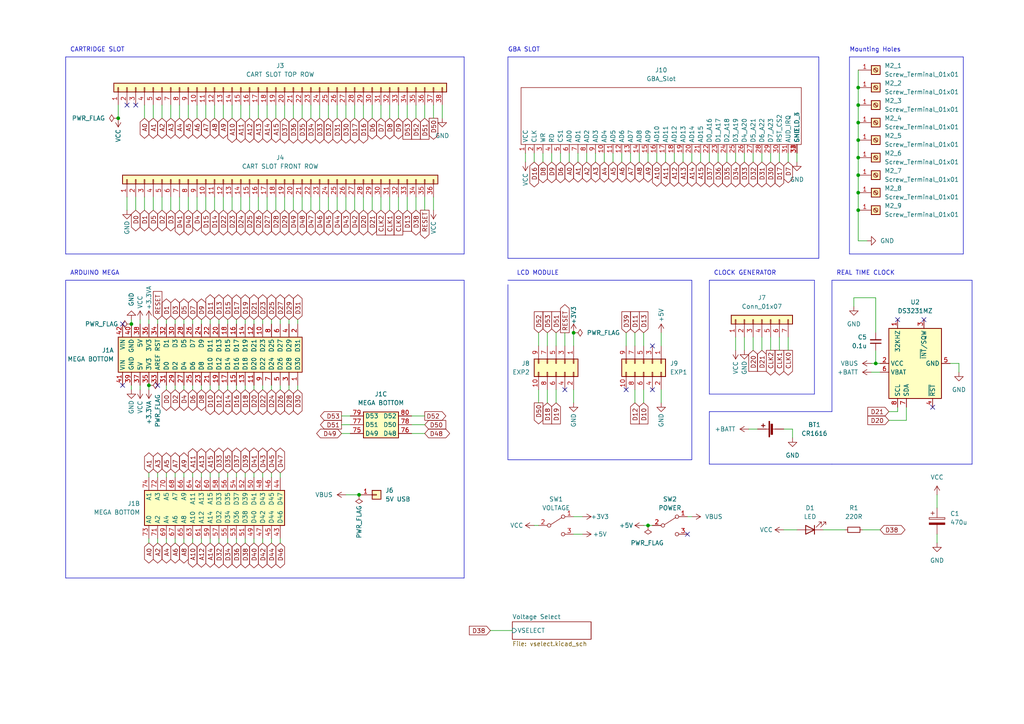
<source format=kicad_sch>
(kicad_sch (version 20230121) (generator eeschema)
  (paper "A4")
  (title_block (title "OSCR HW5") (date "2023-07-16") (rev "5"))
  (junction (at 254 105.41))
  (junction (at 248.92 45.72))
  (junction (at 248.92 40.64))
  (junction (at 248.92 55.88))
  (junction (at 248.92 25.4))
  (junction (at 38.1 93.98))
  (junction (at 248.92 30.48))
  (junction (at 104.14 143.51))
  (junction (at 187.96 152.4))
  (junction (at 248.92 60.96))
  (junction (at 248.92 50.8))
  (junction (at 34.29 34.29))
  (junction (at 43.18 111.76))
  (junction (at 248.92 35.56))
  (junction (at 166.37 96.52))
  (no_connect (at 45.72 111.76))
  (no_connect (at 163.83 113.03))
  (no_connect (at 181.61 113.03))
  (no_connect (at 189.23 100.33))
  (no_connect (at 189.23 113.03))
  (no_connect (at 36.83 30.48))
  (no_connect (at 199.39 154.94))
  (no_connect (at 267.97 92.71))
  (no_connect (at 260.35 92.71))
  (no_connect (at 270.51 118.11))
  (no_connect (at 39.37 30.48))
  (no_connect (at 35.56 93.98))
  (no_connect (at 35.56 111.76))
  (wire (pts (xy 123.19 30.48) (xy 123.19 34.29)))
  (wire (pts (xy 49.53 57.15) (xy 49.53 60.96)))
  (wire (pts (xy 203.2 44.45) (xy 203.2 46.99)))
  (wire (pts (xy 254 101.6) (xy 254 105.41)))
  (wire (pts (xy 39.37 57.15) (xy 39.37 60.96)))
  (wire (pts (xy 68.58 111.76) (xy 68.58 113.03)))
  (wire (pts (xy 57.15 57.15) (xy 57.15 60.96)))
  (wire (pts (xy 78.74 92.71) (xy 78.74 93.98)))
  (wire (pts (xy 175.26 44.45) (xy 175.26 46.99)))
  (polyline (pts (xy 241.3 134.62) (xy 205.74 134.62)))
  (wire (pts (xy 110.49 30.48) (xy 110.49 34.29)))
  (wire (pts (xy 231.14 44.45) (xy 231.14 46.99)))
  (wire (pts (xy 92.71 30.48) (xy 92.71 34.29)))
  (wire (pts (xy 77.47 30.48) (xy 77.47 34.29)))
  (wire (pts (xy 248.92 40.64) (xy 248.92 45.72)))
  (wire (pts (xy 50.8 156.21) (xy 50.8 157.48)))
  (wire (pts (xy 63.5 111.76) (xy 63.5 113.03)))
  (wire (pts (xy 223.52 44.45) (xy 223.52 46.99)))
  (polyline (pts (xy 147.32 16.51) (xy 237.49 16.51)))
  (wire (pts (xy 118.11 30.48) (xy 118.11 34.29)))
  (wire (pts (xy 190.5 44.45) (xy 190.5 46.99)))
  (wire (pts (xy 82.55 57.15) (xy 82.55 60.96)))
  (wire (pts (xy 187.96 44.45) (xy 187.96 46.99)))
  (wire (pts (xy 52.07 57.15) (xy 52.07 60.96)))
  (wire (pts (xy 66.04 156.21) (xy 66.04 157.48)))
  (wire (pts (xy 71.12 92.71) (xy 71.12 93.98)))
  (wire (pts (xy 100.33 143.51) (xy 104.14 143.51)))
  (wire (pts (xy 66.04 137.16) (xy 66.04 138.43)))
  (wire (pts (xy 218.44 44.45) (xy 218.44 46.99)))
  (wire (pts (xy 99.06 120.65) (xy 101.6 120.65)))
  (wire (pts (xy 208.28 44.45) (xy 208.28 46.99)))
  (wire (pts (xy 257.81 119.38) (xy 260.35 119.38)))
  (wire (pts (xy 170.18 44.45) (xy 170.18 46.99)))
  (wire (pts (xy 223.52 97.79) (xy 223.52 101.6)))
  (wire (pts (xy 157.48 44.45) (xy 157.48 46.99)))
  (wire (pts (xy 68.58 156.21) (xy 68.58 157.48)))
  (wire (pts (xy 238.76 153.67) (xy 245.11 153.67)))
  (wire (pts (xy 184.15 113.03) (xy 184.15 116.84)))
  (polyline (pts (xy 205.74 81.28) (xy 205.74 114.3)))
  (polyline (pts (xy 205.74 81.28) (xy 236.22 81.28)))
  (polyline (pts (xy 205.74 114.3) (xy 236.22 114.3)))
  (polyline (pts (xy 236.22 114.3) (xy 236.22 81.28)))
  (wire (pts (xy 107.95 30.48) (xy 107.95 34.29)))
  (polyline (pts (xy 205.74 134.62) (xy 205.74 119.38)))
  (wire (pts (xy 248.92 69.85) (xy 251.46 69.85)))
  (wire (pts (xy 254 96.52) (xy 254 86.36)))
  (wire (pts (xy 123.19 57.15) (xy 123.19 60.96)))
  (wire (pts (xy 41.91 30.48) (xy 41.91 34.29)))
  (wire (pts (xy 74.93 30.48) (xy 74.93 34.29)))
  (wire (pts (xy 227.33 124.46) (xy 229.87 124.46)))
  (wire (pts (xy 248.92 20.32) (xy 248.92 25.4)))
  (wire (pts (xy 72.39 30.48) (xy 72.39 34.29)))
  (wire (pts (xy 54.61 57.15) (xy 54.61 60.96)))
  (wire (pts (xy 80.01 57.15) (xy 80.01 60.96)))
  (wire (pts (xy 115.57 57.15) (xy 115.57 60.96)))
  (wire (pts (xy 165.1 44.45) (xy 165.1 46.99)))
  (wire (pts (xy 68.58 92.71) (xy 68.58 93.98)))
  (wire (pts (xy 60.96 92.71) (xy 60.96 93.98)))
  (wire (pts (xy 278.13 105.41) (xy 275.59 105.41)))
  (wire (pts (xy 110.49 57.15) (xy 110.49 60.96)))
  (wire (pts (xy 248.92 35.56) (xy 248.92 40.64)))
  (wire (pts (xy 191.77 96.52) (xy 191.77 100.33)))
  (wire (pts (xy 43.18 156.21) (xy 43.18 157.48)))
  (wire (pts (xy 45.72 137.16) (xy 45.72 138.43)))
  (wire (pts (xy 72.39 57.15) (xy 72.39 60.96)))
  (wire (pts (xy 160.02 44.45) (xy 160.02 46.99)))
  (wire (pts (xy 86.36 111.76) (xy 86.36 113.03)))
  (wire (pts (xy 191.77 113.03) (xy 191.77 116.84)))
  (wire (pts (xy 64.77 30.48) (xy 64.77 34.29)))
  (wire (pts (xy 55.88 92.71) (xy 55.88 93.98)))
  (wire (pts (xy 193.04 44.45) (xy 193.04 46.99)))
  (wire (pts (xy 81.28 92.71) (xy 81.28 93.98)))
  (wire (pts (xy 186.69 96.52) (xy 186.69 100.33)))
  (wire (pts (xy 215.9 44.45) (xy 215.9 46.99)))
  (wire (pts (xy 248.92 55.88) (xy 248.92 60.96)))
  (wire (pts (xy 55.88 156.21) (xy 55.88 157.48)))
  (wire (pts (xy 260.35 119.38) (xy 260.35 118.11)))
  (wire (pts (xy 125.73 30.48) (xy 125.73 34.29)))
  (wire (pts (xy 46.99 30.48) (xy 46.99 34.29)))
  (wire (pts (xy 220.98 97.79) (xy 220.98 101.6)))
  (polyline (pts (xy 281.94 134.62) (xy 281.94 81.28)))
  (wire (pts (xy 50.8 111.76) (xy 50.8 113.03)))
  (wire (pts (xy 205.74 44.45) (xy 205.74 46.99)))
  (wire (pts (xy 73.66 137.16) (xy 73.66 138.43)))
  (wire (pts (xy 63.5 137.16) (xy 63.5 138.43)))
  (wire (pts (xy 44.45 57.15) (xy 44.45 60.96)))
  (wire (pts (xy 105.41 30.48) (xy 105.41 34.29)))
  (wire (pts (xy 48.26 156.21) (xy 48.26 157.48)))
  (polyline (pts (xy 147.32 74.93) (xy 237.49 74.93)))
  (polyline (pts (xy 241.3 134.62) (xy 281.94 134.62)))
  (polyline (pts (xy 246.38 16.51) (xy 246.38 73.66)))
  (polyline (pts (xy 246.38 16.51) (xy 279.4 16.51)))
  (polyline (pts (xy 279.4 16.51) (xy 279.4 73.66)))
  (polyline (pts (xy 279.4 73.66) (xy 246.38 73.66)))
  (wire (pts (xy 41.91 57.15) (xy 41.91 60.96)))
  (wire (pts (xy 220.98 44.45) (xy 220.98 46.99)))
  (wire (pts (xy 81.28 111.76) (xy 81.28 113.03)))
  (wire (pts (xy 187.96 152.4) (xy 189.23 152.4)))
  (wire (pts (xy 68.58 137.16) (xy 68.58 138.43)))
  (wire (pts (xy 44.45 30.48) (xy 44.45 34.29)))
  (wire (pts (xy 53.34 137.16) (xy 53.34 138.43)))
  (wire (pts (xy 120.65 57.15) (xy 120.65 60.96)))
  (wire (pts (xy 158.75 96.52) (xy 158.75 100.33)))
  (wire (pts (xy 78.74 156.21) (xy 78.74 157.48)))
  (wire (pts (xy 50.8 92.71) (xy 50.8 93.98)))
  (wire (pts (xy 252.73 107.95) (xy 255.27 107.95)))
  (wire (pts (xy 247.65 86.36) (xy 247.65 88.9)))
  (wire (pts (xy 252.73 105.41) (xy 254 105.41)))
  (wire (pts (xy 82.55 30.48) (xy 82.55 34.29)))
  (wire (pts (xy 248.92 30.48) (xy 248.92 35.56)))
  (wire (pts (xy 71.12 111.76) (xy 71.12 113.03)))
  (wire (pts (xy 97.79 57.15) (xy 97.79 60.96)))
  (wire (pts (xy 158.75 113.03) (xy 158.75 116.84)))
  (wire (pts (xy 69.85 30.48) (xy 69.85 34.29)))
  (wire (pts (xy 248.92 45.72) (xy 248.92 50.8)))
  (wire (pts (xy 80.01 30.48) (xy 80.01 34.29)))
  (wire (pts (xy 90.17 57.15) (xy 90.17 60.96)))
  (polyline (pts (xy 19.05 16.51) (xy 19.05 73.66)))
  (polyline (pts (xy 19.05 16.51) (xy 134.62 16.51)))
  (polyline (pts (xy 134.62 16.51) (xy 134.62 73.66)))
  (polyline (pts (xy 134.62 73.66) (xy 19.05 73.66)))
  (wire (pts (xy 226.06 97.79) (xy 226.06 101.6)))
  (wire (pts (xy 60.96 137.16) (xy 60.96 138.43)))
  (wire (pts (xy 52.07 30.48) (xy 52.07 34.29)))
  (wire (pts (xy 248.92 50.8) (xy 248.92 55.88)))
  (wire (pts (xy 227.33 153.67) (xy 231.14 153.67)))
  (wire (pts (xy 254 86.36) (xy 247.65 86.36)))
  (wire (pts (xy 78.74 137.16) (xy 78.74 138.43)))
  (wire (pts (xy 100.33 30.48) (xy 100.33 34.29)))
  (wire (pts (xy 58.42 92.71) (xy 58.42 93.98)))
  (wire (pts (xy 177.8 44.45) (xy 177.8 46.99)))
  (wire (pts (xy 58.42 137.16) (xy 58.42 138.43)))
  (wire (pts (xy 38.1 92.71) (xy 38.1 93.98)))
  (wire (pts (xy 34.29 30.48) (xy 34.29 34.29)))
  (wire (pts (xy 95.25 30.48) (xy 95.25 34.29)))
  (wire (pts (xy 50.8 137.16) (xy 50.8 138.43)))
  (wire (pts (xy 154.94 152.4) (xy 156.21 152.4)))
  (wire (pts (xy 95.25 57.15) (xy 95.25 60.96)))
  (wire (pts (xy 77.47 57.15) (xy 77.47 60.96)))
  (wire (pts (xy 186.69 152.4) (xy 187.96 152.4)))
  (wire (pts (xy 64.77 57.15) (xy 64.77 60.96)))
  (wire (pts (xy 271.78 154.94) (xy 271.78 157.48)))
  (polyline (pts (xy 237.49 74.93) (xy 237.49 16.51)))
  (wire (pts (xy 67.31 30.48) (xy 67.31 34.29)))
  (wire (pts (xy 87.63 30.48) (xy 87.63 34.29)))
  (wire (pts (xy 113.03 30.48) (xy 113.03 34.29)))
  (wire (pts (xy 40.64 92.71) (xy 40.64 93.98)))
  (wire (pts (xy 71.12 137.16) (xy 71.12 138.43)))
  (wire (pts (xy 213.36 97.79) (xy 213.36 101.6)))
  (wire (pts (xy 184.15 96.52) (xy 184.15 100.33)))
  (wire (pts (xy 46.99 57.15) (xy 46.99 60.96)))
  (wire (pts (xy 48.26 137.16) (xy 48.26 138.43)))
  (polyline (pts (xy 147.32 81.28) (xy 200.66 81.28)))
  (polyline (pts (xy 147.32 82.55) (xy 147.32 133.35)))
  (polyline (pts (xy 147.32 133.35) (xy 200.66 133.35)))
  (polyline (pts (xy 200.66 133.35) (xy 200.66 81.28)))
  (wire (pts (xy 162.56 44.45) (xy 162.56 46.99)))
  (polyline (pts (xy 19.05 81.28) (xy 19.05 167.64)))
  (polyline (pts (xy 19.05 81.28) (xy 134.62 81.28)))
  (polyline (pts (xy 19.05 167.64) (xy 134.62 167.64)))
  (polyline (pts (xy 134.62 167.64) (xy 134.62 81.28)))
  (wire (pts (xy 107.95 57.15) (xy 107.95 60.96)))
  (wire (pts (xy 199.39 149.86) (xy 200.66 149.86)))
  (wire (pts (xy 76.2 111.76) (xy 76.2 113.03)))
  (wire (pts (xy 67.31 57.15) (xy 67.31 60.96)))
  (wire (pts (xy 99.06 123.19) (xy 101.6 123.19)))
  (wire (pts (xy 54.61 30.48) (xy 54.61 34.29)))
  (wire (pts (xy 156.21 113.03) (xy 156.21 116.84)))
  (wire (pts (xy 278.13 107.95) (xy 278.13 105.41)))
  (wire (pts (xy 45.72 156.21) (xy 45.72 157.48)))
  (wire (pts (xy 163.83 96.52) (xy 163.83 100.33)))
  (wire (pts (xy 53.34 92.71) (xy 53.34 93.98)))
  (wire (pts (xy 166.37 149.86) (xy 168.91 149.86)))
  (wire (pts (xy 119.38 125.73) (xy 123.19 125.73)))
  (wire (pts (xy 166.37 113.03) (xy 166.37 116.84)))
  (wire (pts (xy 262.89 121.92) (xy 257.81 121.92)))
  (wire (pts (xy 156.21 96.52) (xy 156.21 100.33)))
  (wire (pts (xy 49.53 30.48) (xy 49.53 34.29)))
  (wire (pts (xy 271.78 143.51) (xy 271.78 147.32)))
  (wire (pts (xy 198.12 44.45) (xy 198.12 46.99)))
  (polyline (pts (xy 241.3 81.28) (xy 281.94 81.28)))
  (wire (pts (xy 154.94 44.45) (xy 154.94 46.99)))
  (wire (pts (xy 60.96 111.76) (xy 60.96 113.03)))
  (wire (pts (xy 113.03 57.15) (xy 113.03 60.96)))
  (wire (pts (xy 73.66 156.21) (xy 73.66 157.48)))
  (polyline (pts (xy 205.74 119.38) (xy 241.3 119.38)))
  (wire (pts (xy 166.37 96.52) (xy 166.37 100.33)))
  (wire (pts (xy 102.87 30.48) (xy 102.87 34.29)))
  (wire (pts (xy 166.37 154.94) (xy 168.91 154.94)))
  (wire (pts (xy 180.34 44.45) (xy 180.34 46.99)))
  (wire (pts (xy 217.17 124.46) (xy 219.71 124.46)))
  (wire (pts (xy 59.69 30.48) (xy 59.69 34.29)))
  (wire (pts (xy 92.71 57.15) (xy 92.71 60.96)))
  (wire (pts (xy 181.61 96.52) (xy 181.61 100.33)))
  (wire (pts (xy 195.58 44.45) (xy 195.58 46.99)))
  (wire (pts (xy 218.44 97.79) (xy 218.44 101.6)))
  (wire (pts (xy 119.38 120.65) (xy 123.19 120.65)))
  (wire (pts (xy 62.23 57.15) (xy 62.23 60.96)))
  (wire (pts (xy 83.82 92.71) (xy 83.82 93.98)))
  (wire (pts (xy 66.04 111.76) (xy 66.04 113.03)))
  (wire (pts (xy 254 105.41) (xy 255.27 105.41)))
  (wire (pts (xy 262.89 118.11) (xy 262.89 121.92)))
  (wire (pts (xy 48.26 111.76) (xy 48.26 113.03)))
  (wire (pts (xy 228.6 44.45) (xy 228.6 46.99)))
  (wire (pts (xy 58.42 156.21) (xy 58.42 157.48)))
  (wire (pts (xy 43.18 137.16) (xy 43.18 138.43)))
  (wire (pts (xy 128.27 30.48) (xy 128.27 34.29)))
  (wire (pts (xy 161.29 113.03) (xy 161.29 116.84)))
  (wire (pts (xy 248.92 25.4) (xy 248.92 30.48)))
  (wire (pts (xy 74.93 57.15) (xy 74.93 60.96)))
  (wire (pts (xy 43.18 111.76) (xy 43.18 113.03)))
  (wire (pts (xy 48.26 92.71) (xy 48.26 93.98)))
  (wire (pts (xy 229.87 124.46) (xy 229.87 127)))
  (wire (pts (xy 73.66 92.71) (xy 73.66 93.98)))
  (wire (pts (xy 186.69 113.03) (xy 186.69 116.84)))
  (wire (pts (xy 115.57 30.48) (xy 115.57 34.29)))
  (wire (pts (xy 62.23 30.48) (xy 62.23 34.29)))
  (wire (pts (xy 105.41 57.15) (xy 105.41 60.96)))
  (wire (pts (xy 210.82 44.45) (xy 210.82 46.99)))
  (wire (pts (xy 120.65 30.48) (xy 120.65 34.29)))
  (wire (pts (xy 57.15 30.48) (xy 57.15 34.29)))
  (wire (pts (xy 60.96 156.21) (xy 60.96 157.48)))
  (wire (pts (xy 85.09 57.15) (xy 85.09 60.96)))
  (wire (pts (xy 99.06 125.73) (xy 101.6 125.73)))
  (wire (pts (xy 45.72 92.71) (xy 45.72 93.98)))
  (wire (pts (xy 81.28 156.21) (xy 81.28 157.48)))
  (wire (pts (xy 85.09 30.48) (xy 85.09 34.29)))
  (wire (pts (xy 58.42 111.76) (xy 58.42 113.03)))
  (wire (pts (xy 76.2 137.16) (xy 76.2 138.43)))
  (wire (pts (xy 71.12 156.21) (xy 71.12 157.48)))
  (polyline (pts (xy 147.32 16.51) (xy 147.32 74.93)))
  (wire (pts (xy 213.36 44.45) (xy 213.36 46.99)))
  (wire (pts (xy 63.5 156.21) (xy 63.5 157.48)))
  (wire (pts (xy 38.1 111.76) (xy 38.1 113.03)))
  (wire (pts (xy 118.11 57.15) (xy 118.11 60.96)))
  (wire (pts (xy 142.24 182.88) (xy 148.59 182.88)))
  (wire (pts (xy 43.18 92.71) (xy 43.18 93.98)))
  (wire (pts (xy 87.63 57.15) (xy 87.63 60.96)))
  (wire (pts (xy 69.85 57.15) (xy 69.85 60.96)))
  (wire (pts (xy 228.6 97.79) (xy 228.6 101.6)))
  (wire (pts (xy 66.04 92.71) (xy 66.04 93.98)))
  (wire (pts (xy 125.73 57.15) (xy 125.73 60.96)))
  (wire (pts (xy 182.88 44.45) (xy 182.88 46.99)))
  (wire (pts (xy 172.72 44.45) (xy 172.72 46.99)))
  (wire (pts (xy 90.17 30.48) (xy 90.17 34.29)))
  (wire (pts (xy 250.19 153.67) (xy 255.27 153.67)))
  (wire (pts (xy 40.64 111.76) (xy 40.64 113.03)))
  (wire (pts (xy 97.79 30.48) (xy 97.79 34.29)))
  (wire (pts (xy 167.64 44.45) (xy 167.64 46.99)))
  (wire (pts (xy 73.66 111.76) (xy 73.66 113.03)))
  (polyline (pts (xy 241.3 81.28) (xy 241.3 119.38)))
  (wire (pts (xy 36.83 57.15) (xy 36.83 60.96)))
  (wire (pts (xy 185.42 44.45) (xy 185.42 46.99)))
  (wire (pts (xy 161.29 96.52) (xy 161.29 100.33)))
  (wire (pts (xy 100.33 57.15) (xy 100.33 60.96)))
  (wire (pts (xy 53.34 156.21) (xy 53.34 157.48)))
  (wire (pts (xy 55.88 111.76) (xy 55.88 113.03)))
  (wire (pts (xy 53.34 111.76) (xy 53.34 113.03)))
  (wire (pts (xy 76.2 92.71) (xy 76.2 93.98)))
  (wire (pts (xy 83.82 111.76) (xy 83.82 113.03)))
  (wire (pts (xy 55.88 137.16) (xy 55.88 138.43)))
  (wire (pts (xy 102.87 57.15) (xy 102.87 60.96)))
  (wire (pts (xy 119.38 123.19) (xy 123.19 123.19)))
  (wire (pts (xy 76.2 156.21) (xy 76.2 157.48)))
  (wire (pts (xy 200.66 44.45) (xy 200.66 46.99)))
  (wire (pts (xy 215.9 97.79) (xy 215.9 101.6)))
  (wire (pts (xy 248.92 60.96) (xy 248.92 69.85)))
  (wire (pts (xy 59.69 57.15) (xy 59.69 60.96)))
  (wire (pts (xy 86.36 92.71) (xy 86.36 93.98)))
  (wire (pts (xy 78.74 111.76) (xy 78.74 113.03)))
  (wire (pts (xy 63.5 92.71) (xy 63.5 93.98)))
  (wire (pts (xy 152.4 44.45) (xy 152.4 46.99)))
  (wire (pts (xy 226.06 44.45) (xy 226.06 46.99)))
  (wire (pts (xy 81.28 137.16) (xy 81.28 138.43)))
  (text "LCD MODULE" (at 149.86 80.01 0) (effects (font (size 1.27 1.27)) (justify left bottom)))
  (text "REAL TIME CLOCK" (at 242.57 80.01 0) (effects (font (size 1.27 1.27)) (justify left bottom)))
  (text "CLOCK GENERATOR" (at 207.01 80.01 0) (effects (font (size 1.27 1.27)) (justify left bottom)))
  (text "CARTRIDGE SLOT" (at 20.32 15.24 0) (effects (font (size 1.27 1.27)) (justify left bottom)))
  (text "GBA SLOT" (at 147.32 15.24 0) (effects (font (size 1.27 1.27)) (justify left bottom)))
  (text "ARDUINO MEGA" (at 20.32 80.01 0) (effects (font (size 1.27 1.27)) (justify left bottom)))
  (text "Mounting Holes" (at 246.38 15.24 0) (effects (font (size 1.27 1.27)) (justify left bottom)))
  (global_label "D14" (shape bidirectional) (at 66.04 113.03 270) (property "Intersheetrefs" "${INTERSHEET_REFS}" (effects hide)))
  (global_label "A7" (shape bidirectional) (at 182.88 46.99 270) (property "Intersheetrefs" "${INTERSHEET_REFS}" (effects hide)))
  (global_label "D44" (shape bidirectional) (at 78.74 157.48 270) (property "Intersheetrefs" "${INTERSHEET_REFS}" (effects hide)))
  (global_label "A6" (shape bidirectional) (at 57.15 34.29 270) (property "Intersheetrefs" "${INTERSHEET_REFS}" (effects hide)))
  (global_label "D6" (shape bidirectional) (at 162.56 46.99 270) (property "Intersheetrefs" "${INTERSHEET_REFS}" (effects hide)))
  (global_label "D11" (shape input) (at 184.15 96.52 90) (property "Intersheetrefs" "${INTERSHEET_REFS}" (effects hide)))
  (global_label "D51" (shape input) (at 123.19 34.29 270) (property "Intersheetrefs" "${INTERSHEET_REFS}" (effects hide)))
  (global_label "D38" (shape bidirectional) (at 71.12 157.48 270) (property "Intersheetrefs" "${INTERSHEET_REFS}" (effects hide)))
  (global_label "D29" (shape bidirectional) (at 82.55 60.96 270) (property "Intersheetrefs" "${INTERSHEET_REFS}" (effects hide)))
  (global_label "A10" (shape bidirectional) (at 55.88 157.48 270) (property "Intersheetrefs" "${INTERSHEET_REFS}" (effects hide)))
  (global_label "D38" (shape input) (at 142.24 182.88 180) (property "Intersheetrefs" "${INTERSHEET_REFS}" (effects hide)))
  (global_label "A9" (shape bidirectional) (at 64.77 34.29 270) (property "Intersheetrefs" "${INTERSHEET_REFS}" (effects hide)))
  (global_label "D31" (shape bidirectional) (at 97.79 34.29 270) (property "Intersheetrefs" "${INTERSHEET_REFS}" (effects hide)))
  (global_label "D4" (shape bidirectional) (at 53.34 113.03 270) (property "Intersheetrefs" "${INTERSHEET_REFS}" (effects hide)))
  (global_label "D24" (shape bidirectional) (at 69.85 60.96 270) (property "Intersheetrefs" "${INTERSHEET_REFS}" (effects hide)))
  (global_label "D28" (shape bidirectional) (at 83.82 113.03 270) (property "Intersheetrefs" "${INTERSHEET_REFS}" (effects hide)))
  (global_label "D9" (shape bidirectional) (at 160.02 46.99 270) (property "Intersheetrefs" "${INTERSHEET_REFS}" (effects hide)))
  (global_label "D19" (shape bidirectional) (at 71.12 92.71 90) (property "Intersheetrefs" "${INTERSHEET_REFS}" (effects hide)))
  (global_label "CLK2" (shape output) (at 223.52 101.6 270) (property "Intersheetrefs" "${INTERSHEET_REFS}" (effects hide)))
  (global_label "D0" (shape bidirectional) (at 48.26 113.03 270) (property "Intersheetrefs" "${INTERSHEET_REFS}" (effects hide)))
  (global_label "D50" (shape output) (at 125.73 34.29 270) (property "Intersheetrefs" "${INTERSHEET_REFS}" (effects hide)))
  (global_label "D17" (shape bidirectional) (at 102.87 34.29 270) (property "Intersheetrefs" "${INTERSHEET_REFS}" (effects hide)))
  (global_label "D37" (shape bidirectional) (at 68.58 137.16 90) (property "Intersheetrefs" "${INTERSHEET_REFS}" (effects hide)))
  (global_label "D7" (shape bidirectional) (at 228.6 46.99 270) (property "Intersheetrefs" "${INTERSHEET_REFS}" (effects hide)))
  (global_label "D34" (shape bidirectional) (at 90.17 34.29 270) (property "Intersheetrefs" "${INTERSHEET_REFS}" (effects hide)))
  (global_label "A11" (shape bidirectional) (at 69.85 34.29 270) (property "Intersheetrefs" "${INTERSHEET_REFS}" (effects hide)))
  (global_label "A6" (shape bidirectional) (at 50.8 157.48 270) (property "Intersheetrefs" "${INTERSHEET_REFS}" (effects hide)))
  (global_label "D46" (shape bidirectional) (at 92.71 60.96 270) (property "Intersheetrefs" "${INTERSHEET_REFS}" (effects hide)))
  (global_label "A2" (shape bidirectional) (at 170.18 46.99 270) (property "Intersheetrefs" "${INTERSHEET_REFS}" (effects hide)))
  (global_label "D25" (shape bidirectional) (at 72.39 60.96 270) (property "Intersheetrefs" "${INTERSHEET_REFS}" (effects hide)))
  (global_label "A5" (shape bidirectional) (at 177.8 46.99 270) (property "Intersheetrefs" "${INTERSHEET_REFS}" (effects hide)))
  (global_label "D24" (shape bidirectional) (at 78.74 113.03 270) (property "Intersheetrefs" "${INTERSHEET_REFS}" (effects hide)))
  (global_label "CLK1" (shape input) (at 113.03 60.96 270) (property "Intersheetrefs" "${INTERSHEET_REFS}" (effects hide)))
  (global_label "A5" (shape bidirectional) (at 54.61 34.29 270) (property "Intersheetrefs" "${INTERSHEET_REFS}" (effects hide)))
  (global_label "D50" (shape output) (at 156.21 116.84 270) (property "Intersheetrefs" "${INTERSHEET_REFS}" (effects hide)))
  (global_label "A13" (shape bidirectional) (at 198.12 46.99 270) (property "Intersheetrefs" "${INTERSHEET_REFS}" (effects hide)))
  (global_label "CLK0" (shape output) (at 228.6 101.6 270) (property "Intersheetrefs" "${INTERSHEET_REFS}" (effects hide)))
  (global_label "A11" (shape bidirectional) (at 55.88 137.16 90) (property "Intersheetrefs" "${INTERSHEET_REFS}" (effects hide)))
  (global_label "D49" (shape bidirectional) (at 85.09 60.96 270) (property "Intersheetrefs" "${INTERSHEET_REFS}" (effects hide)))
  (global_label "D7" (shape bidirectional) (at 110.49 34.29 270) (property "Intersheetrefs" "${INTERSHEET_REFS}" (effects hide)))
  (global_label "D46" (shape bidirectional) (at 81.28 157.48 270) (property "Intersheetrefs" "${INTERSHEET_REFS}" (effects hide)))
  (global_label "D48" (shape bidirectional) (at 123.19 125.73 0) (property "Intersheetrefs" "${INTERSHEET_REFS}" (effects hide)))
  (global_label "D21" (shape bidirectional) (at 73.66 92.71 90) (property "Intersheetrefs" "${INTERSHEET_REFS}" (effects hide)))
  (global_label "D6" (shape bidirectional) (at 55.88 113.03 270) (property "Intersheetrefs" "${INTERSHEET_REFS}" (effects hide)))
  (global_label "D16" (shape bidirectional) (at 105.41 34.29 270) (property "Intersheetrefs" "${INTERSHEET_REFS}" (effects hide)))
  (global_label "D33" (shape bidirectional) (at 92.71 34.29 270) (property "Intersheetrefs" "${INTERSHEET_REFS}" (effects hide)))
  (global_label "A12" (shape bidirectional) (at 72.39 34.29 270) (property "Intersheetrefs" "${INTERSHEET_REFS}" (effects hide)))
  (global_label "CLK0" (shape input) (at 115.57 60.96 270) (property "Intersheetrefs" "${INTERSHEET_REFS}" (effects hide)))
  (global_label "D9" (shape bidirectional) (at 115.57 34.29 270) (property "Intersheetrefs" "${INTERSHEET_REFS}" (effects hide)))
  (global_label "D53" (shape input) (at 118.11 34.29 270) (property "Intersheetrefs" "${INTERSHEET_REFS}" (effects hide)))
  (global_label "D17" (shape bidirectional) (at 68.58 92.71 90) (property "Intersheetrefs" "${INTERSHEET_REFS}" (effects hide)))
  (global_label "D38" (shape bidirectional) (at 120.65 60.96 270) (property "Intersheetrefs" "${INTERSHEET_REFS}" (effects hide)))
  (global_label "A7" (shape bidirectional) (at 59.69 34.29 270) (property "Intersheetrefs" "${INTERSHEET_REFS}" (effects hide)))
  (global_label "D52" (shape input) (at 120.65 34.29 270) (property "Intersheetrefs" "${INTERSHEET_REFS}" (effects hide)))
  (global_label "D30" (shape bidirectional) (at 100.33 34.29 270) (property "Intersheetrefs" "${INTERSHEET_REFS}" (effects hide)))
  (global_label "D13" (shape input) (at 186.69 96.52 90) (property "Intersheetrefs" "${INTERSHEET_REFS}" (effects hide)))
  (global_label "D8" (shape bidirectional) (at 58.42 113.03 270) (property "Intersheetrefs" "${INTERSHEET_REFS}" (effects hide)))
  (global_label "D40" (shape bidirectional) (at 54.61 60.96 270) (property "Intersheetrefs" "${INTERSHEET_REFS}" (effects hide)))
  (global_label "D15" (shape bidirectional) (at 59.69 60.96 270) (property "Intersheetrefs" "${INTERSHEET_REFS}" (effects hide)))
  (global_label "A10" (shape bidirectional) (at 190.5 46.99 270) (property "Intersheetrefs" "${INTERSHEET_REFS}" (effects hide)))
  (global_label "D34" (shape bidirectional) (at 66.04 157.48 270) (property "Intersheetrefs" "${INTERSHEET_REFS}" (effects hide)))
  (global_label "D22" (shape bidirectional) (at 76.2 113.03 270) (property "Intersheetrefs" "${INTERSHEET_REFS}" (effects hide)))
  (global_label "D26" (shape bidirectional) (at 81.28 113.03 270) (property "Intersheetrefs" "${INTERSHEET_REFS}" (effects hide)))
  (global_label "D28" (shape bidirectional) (at 80.01 60.96 270) (property "Intersheetrefs" "${INTERSHEET_REFS}" (effects hide)))
  (global_label "A3" (shape bidirectional) (at 172.72 46.99 270) (property "Intersheetrefs" "${INTERSHEET_REFS}" (effects hide)))
  (global_label "D42" (shape bidirectional) (at 76.2 157.48 270) (property "Intersheetrefs" "${INTERSHEET_REFS}" (effects hide)))
  (global_label "D43" (shape bidirectional) (at 76.2 137.16 90) (property "Intersheetrefs" "${INTERSHEET_REFS}" (effects hide)))
  (global_label "A1" (shape bidirectional) (at 44.45 34.29 270) (property "Intersheetrefs" "${INTERSHEET_REFS}" (effects hide)))
  (global_label "D47" (shape bidirectional) (at 90.17 60.96 270) (property "Intersheetrefs" "${INTERSHEET_REFS}" (effects hide)))
  (global_label "D12" (shape input) (at 184.15 116.84 270) (property "Intersheetrefs" "${INTERSHEET_REFS}" (effects hide)))
  (global_label "D36" (shape bidirectional) (at 68.58 157.48 270) (property "Intersheetrefs" "${INTERSHEET_REFS}" (effects hide)))
  (global_label "A13" (shape bidirectional) (at 74.93 34.29 270) (property "Intersheetrefs" "${INTERSHEET_REFS}" (effects hide)))
  (global_label "D16" (shape bidirectional) (at 68.58 113.03 270) (property "Intersheetrefs" "${INTERSHEET_REFS}" (effects hide)))
  (global_label "D18" (shape input) (at 158.75 116.84 270) (property "Intersheetrefs" "${INTERSHEET_REFS}" (effects hide)))
  (global_label "A3" (shape bidirectional) (at 49.53 34.29 270) (property "Intersheetrefs" "${INTERSHEET_REFS}" (effects hide)))
  (global_label "A12" (shape bidirectional) (at 58.42 157.48 270) (property "Intersheetrefs" "${INTERSHEET_REFS}" (effects hide)))
  (global_label "D49" (shape bidirectional) (at 99.06 125.73 180) (property "Intersheetrefs" "${INTERSHEET_REFS}" (effects hide)))
  (global_label "D51" (shape output) (at 99.06 123.19 180) (property "Intersheetrefs" "${INTERSHEET_REFS}" (effects hide)))
  (global_label "A9" (shape bidirectional) (at 53.34 137.16 90) (property "Intersheetrefs" "${INTERSHEET_REFS}" (effects hide)))
  (global_label "A11" (shape bidirectional) (at 193.04 46.99 270) (property "Intersheetrefs" "${INTERSHEET_REFS}" (effects hide)))
  (global_label "D43" (shape bidirectional) (at 100.33 60.96 270) (property "Intersheetrefs" "${INTERSHEET_REFS}" (effects hide)))
  (global_label "D8" (shape bidirectional) (at 113.03 34.29 270) (property "Intersheetrefs" "${INTERSHEET_REFS}" (effects hide)))
  (global_label "D36" (shape bidirectional) (at 85.09 34.29 270) (property "Intersheetrefs" "${INTERSHEET_REFS}" (effects hide)))
  (global_label "D35" (shape bidirectional) (at 210.82 46.99 270) (property "Intersheetrefs" "${INTERSHEET_REFS}" (effects hide)))
  (global_label "D47" (shape bidirectional) (at 81.28 137.16 90) (property "Intersheetrefs" "${INTERSHEET_REFS}" (effects hide)))
  (global_label "D45" (shape bidirectional) (at 78.74 137.16 90) (property "Intersheetrefs" "${INTERSHEET_REFS}" (effects hide)))
  (global_label "D21" (shape input) (at 257.81 119.38 180) (property "Intersheetrefs" "${INTERSHEET_REFS}" (effects hide)))
  (global_label "A2" (shape bidirectional) (at 45.72 157.48 270) (property "Intersheetrefs" "${INTERSHEET_REFS}" (effects hide)))
  (global_label "D23" (shape bidirectional) (at 67.31 60.96 270) (property "Intersheetrefs" "${INTERSHEET_REFS}" (effects hide)))
  (global_label "D31" (shape bidirectional) (at 86.36 92.71 90) (property "Intersheetrefs" "${INTERSHEET_REFS}" (effects hide)))
  (global_label "D30" (shape bidirectional) (at 223.52 46.99 270) (property "Intersheetrefs" "${INTERSHEET_REFS}" (effects hide)))
  (global_label "D33" (shape bidirectional) (at 215.9 46.99 270) (property "Intersheetrefs" "${INTERSHEET_REFS}" (effects hide)))
  (global_label "D1" (shape bidirectional) (at 41.91 60.96 270) (property "Intersheetrefs" "${INTERSHEET_REFS}" (effects hide)))
  (global_label "D39" (shape bidirectional) (at 71.12 137.16 90) (property "Intersheetrefs" "${INTERSHEET_REFS}" (effects hide)))
  (global_label "D25" (shape bidirectional) (at 78.74 92.71 90) (property "Intersheetrefs" "${INTERSHEET_REFS}" (effects hide)))
  (global_label "D14" (shape bidirectional) (at 62.23 60.96 270) (property "Intersheetrefs" "${INTERSHEET_REFS}" (effects hide)))
  (global_label "A13" (shape bidirectional) (at 58.42 137.16 90) (property "Intersheetrefs" "${INTERSHEET_REFS}" (effects hide)))
  (global_label "D31" (shape bidirectional) (at 220.98 46.99 270) (property "Intersheetrefs" "${INTERSHEET_REFS}" (effects hide)))
  (global_label "D19" (shape input) (at 161.29 116.84 270) (property "Intersheetrefs" "${INTERSHEET_REFS}" (effects hide)))
  (global_label "A9" (shape bidirectional) (at 187.96 46.99 270) (property "Intersheetrefs" "${INTERSHEET_REFS}" (effects hide)))
  (global_label "D4" (shape bidirectional) (at 57.15 60.96 270) (property "Intersheetrefs" "${INTERSHEET_REFS}" (effects hide)))
  (global_label "D22" (shape bidirectional) (at 64.77 60.96 270) (property "Intersheetrefs" "${INTERSHEET_REFS}" (effects hide)))
  (global_label "A5" (shape bidirectional) (at 48.26 137.16 90) (property "Intersheetrefs" "${INTERSHEET_REFS}" (effects hide)))
  (global_label "D2" (shape bidirectional) (at 46.99 60.96 270) (property "Intersheetrefs" "${INTERSHEET_REFS}" (effects hide)))
  (global_label "D50" (shape input) (at 123.19 123.19 0) (property "Intersheetrefs" "${INTERSHEET_REFS}" (effects hide)))
  (global_label "D17" (shape bidirectional) (at 226.06 46.99 270) (property "Intersheetrefs" "${INTERSHEET_REFS}" (effects hide)))
  (global_label "CLK1" (shape output) (at 226.06 101.6 270) (property "Intersheetrefs" "${INTERSHEET_REFS}" (effects hide)))
  (global_label "D35" (shape bidirectional) (at 87.63 34.29 270) (property "Intersheetrefs" "${INTERSHEET_REFS}" (effects hide)))
  (global_label "D39" (shape input) (at 181.61 96.52 90) (property "Intersheetrefs" "${INTERSHEET_REFS}" (effects hide)))
  (global_label "D21" (shape bidirectional) (at 107.95 60.96 270) (property "Intersheetrefs" "${INTERSHEET_REFS}" (effects hide)))
  (global_label "A0" (shape bidirectional) (at 41.91 34.29 270) (property "Intersheetrefs" "${INTERSHEET_REFS}" (effects hide)))
  (global_label "D13" (shape bidirectional) (at 63.5 92.71 90) (property "Intersheetrefs" "${INTERSHEET_REFS}" (effects hide)))
  (global_label "D27" (shape bidirectional) (at 81.28 92.71 90) (property "Intersheetrefs" "${INTERSHEET_REFS}" (effects hide)))
  (global_label "RESET" (shape input) (at 45.72 92.71 90) (property "Intersheetrefs" "${INTERSHEET_REFS}" (effects hide)))
  (global_label "D44" (shape bidirectional) (at 97.79 60.96 270) (property "Intersheetrefs" "${INTERSHEET_REFS}" (effects hide)))
  (global_label "A14" (shape bidirectional) (at 60.96 157.48 270) (property "Intersheetrefs" "${INTERSHEET_REFS}" (effects hide)))
  (global_label "D20" (shape input) (at 257.81 121.92 180) (property "Intersheetrefs" "${INTERSHEET_REFS}" (effects hide)))
  (global_label "D34" (shape bidirectional) (at 213.36 46.99 270) (property "Intersheetrefs" "${INTERSHEET_REFS}" (effects hide)))
  (global_label "D48" (shape bidirectional) (at 87.63 60.96 270) (property "Intersheetrefs" "${INTERSHEET_REFS}" (effects hide)))
  (global_label "A10" (shape bidirectional) (at 67.31 34.29 270) (property "Intersheetrefs" "${INTERSHEET_REFS}" (effects hide)))
  (global_label "D15" (shape bidirectional) (at 66.04 92.71 90) (property "Intersheetrefs" "${INTERSHEET_REFS}" (effects hide)))
  (global_label "A8" (shape bidirectional) (at 185.42 46.99 270) (property "Intersheetrefs" "${INTERSHEET_REFS}" (effects hide)))
  (global_label "D27" (shape bidirectional) (at 77.47 60.96 270) (property "Intersheetrefs" "${INTERSHEET_REFS}" (effects hide)))
  (global_label "D0" (shape bidirectional) (at 39.37 60.96 270) (property "Intersheetrefs" "${INTERSHEET_REFS}" (effects hide)))
  (global_label "D38" (shape bidirectional) (at 255.27 153.67 0) (property "Intersheetrefs" "${INTERSHEET_REFS}" (effects hide)))
  (global_label "D1" (shape bidirectional) (at 48.26 92.71 90) (property "Intersheetrefs" "${INTERSHEET_REFS}" (effects hide)))
  (global_label "D2" (shape bidirectional) (at 50.8 113.03 270) (property "Intersheetrefs" "${INTERSHEET_REFS}" (effects hide)))
  (global_label "A0" (shape bidirectional) (at 165.1 46.99 270) (property "Intersheetrefs" "${INTERSHEET_REFS}" (effects hide)))
  (global_label "D33" (shape bidirectional) (at 63.5 137.16 90) (property "Intersheetrefs" "${INTERSHEET_REFS}" (effects hide)))
  (global_label "A4" (shape bidirectional) (at 175.26 46.99 270) (property "Intersheetrefs" "${INTERSHEET_REFS}" (effects hide)))
  (global_label "D16" (shape bidirectional) (at 154.94 46.99 270) (property "Intersheetrefs" "${INTERSHEET_REFS}" (effects hide)))
  (global_label "D3" (shape bidirectional) (at 49.53 60.96 270) (property "Intersheetrefs" "${INTERSHEET_REFS}" (effects hide)))
  (global_label "D36" (shape bidirectional) (at 208.28 46.99 270) (property "Intersheetrefs" "${INTERSHEET_REFS}" (effects hide)))
  (global_label "D42" (shape bidirectional) (at 102.87 60.96 270) (property "Intersheetrefs" "${INTERSHEET_REFS}" (effects hide)))
  (global_label "D40" (shape bidirectional) (at 73.66 157.48 270) (property "Intersheetrefs" "${INTERSHEET_REFS}" (effects hide)))
  (global_label "D3" (shape bidirectional) (at 50.8 92.71 90) (property "Intersheetrefs" "${INTERSHEET_REFS}" (effects hide)))
  (global_label "D41" (shape bidirectional) (at 52.07 60.96 270) (property "Intersheetrefs" "${INTERSHEET_REFS}" (effects hide)))
  (global_label "D13" (shape input) (at 118.11 60.96 270) (property "Intersheetrefs" "${INTERSHEET_REFS}" (effects hide)))
  (global_label "D18" (shape bidirectional) (at 71.12 113.03 270) (property "Intersheetrefs" "${INTERSHEET_REFS}" (effects hide)))
  (global_label "D7" (shape bidirectional) (at 55.88 92.71 90) (property "Intersheetrefs" "${INTERSHEET_REFS}" (effects hide)))
  (global_label "D32" (shape bidirectional) (at 95.25 34.29 270) (property "Intersheetrefs" "${INTERSHEET_REFS}" (effects hide)))
  (global_label "A4" (shape bidirectional) (at 48.26 157.48 270) (property "Intersheetrefs" "${INTERSHEET_REFS}" (effects hide)))
  (global_label "A1" (shape bidirectional) (at 43.18 137.16 90) (property "Intersheetrefs" "${INTERSHEET_REFS}" (effects hide)))
  (global_label "D37" (shape bidirectional) (at 82.55 34.29 270) (property "Intersheetrefs" "${INTERSHEET_REFS}" (effects hide)))
  (global_label "A3" (shape bidirectional) (at 45.72 137.16 90) (property "Intersheetrefs" "${INTERSHEET_REFS}" (effects hide)))
  (global_label "A6" (shape bidirectional) (at 180.34 46.99 270) (property "Intersheetrefs" "${INTERSHEET_REFS}" (effects hide)))
  (global_label "D12" (shape bidirectional) (at 63.5 113.03 270) (property "Intersheetrefs" "${INTERSHEET_REFS}" (effects hide)))
  (global_label "D21" (shape input) (at 220.98 101.6 270) (property "Intersheetrefs" "${INTERSHEET_REFS}" (effects hide)))
  (global_label "A15" (shape bidirectional) (at 203.2 46.99 270) (property "Intersheetrefs" "${INTERSHEET_REFS}" (effects hide)))
  (global_label "D11" (shape bidirectional) (at 60.96 92.71 90) (property "Intersheetrefs" "${INTERSHEET_REFS}" (effects hide)))
  (global_label "A14" (shape bidirectional) (at 200.66 46.99 270) (property "Intersheetrefs" "${INTERSHEET_REFS}" (effects hide)))
  (global_label "A14" (shape bidirectional) (at 77.47 34.29 270) (property "Intersheetrefs" "${INTERSHEET_REFS}" (effects hide)))
  (global_label "RESET" (shape output) (at 123.19 60.96 270) (property "Intersheetrefs" "${INTERSHEET_REFS}" (effects hide)))
  (global_label "D23" (shape bidirectional) (at 76.2 92.71 90) (property "Intersheetrefs" "${INTERSHEET_REFS}" (effects hide)))
  (global_label "D32" (shape bidirectional) (at 218.44 46.99 270) (property "Intersheetrefs" "${INTERSHEET_REFS}" (effects hide)))
  (global_label "D9" (shape bidirectional) (at 58.42 92.71 90) (property "Intersheetrefs" "${INTERSHEET_REFS}" (effects hide)))
  (global_label "A7" (shape bidirectional) (at 50.8 137.16 90) (property "Intersheetrefs" "${INTERSHEET_REFS}" (effects hide)))
  (global_label "D45" (shape bidirectional) (at 95.25 60.96 270) (property "Intersheetrefs" "${INTERSHEET_REFS}" (effects hide)))
  (global_label "A15" (shape bidirectional) (at 80.01 34.29 270) (property "Intersheetrefs" "${INTERSHEET_REFS}" (effects hide)))
  (global_label "D6" (shape bidirectional) (at 107.95 34.29 270) (property "Intersheetrefs" "${INTERSHEET_REFS}" (effects hide)))
  (global_label "A8" (shape bidirectional) (at 53.34 157.48 270) (property "Intersheetrefs" "${INTERSHEET_REFS}" (effects hide)))
  (global_label "D20" (shape bidirectional) (at 105.41 60.96 270) (property "Intersheetrefs" "${INTERSHEET_REFS}" (effects hide)))
  (global_label "D5" (shape bidirectional) (at 53.34 92.71 90) (property "Intersheetrefs" "${INTERSHEET_REFS}" (effects hide)))
  (global_label "D29" (shape bidirectional) (at 83.82 92.71 90) (property "Intersheetrefs" "${INTERSHEET_REFS}" (effects hide)))
  (global_label "D53" (shape input) (at 158.75 96.52 90) (property "Intersheetrefs" "${INTERSHEET_REFS}" (effects hide)))
  (global_label "D10" (shape bidirectional) (at 60.96 113.03 270) (property "Intersheetrefs" "${INTERSHEET_REFS}" (effects hide)))
  (global_label "D20" (shape input) (at 218.44 101.6 270) (property "Intersheetrefs" "${INTERSHEET_REFS}" (effects hide)))
  (global_label "CLK2" (shape input) (at 110.49 60.96 270) (property "Intersheetrefs" "${INTERSHEET_REFS}" (effects hide)))
  (global_label "D26" (shape bidirectional) (at 74.93 60.96 270) (property "Intersheetrefs" "${INTERSHEET_REFS}" (effects hide)))
  (global_label "D51" (shape input) (at 161.29 96.52 90) (property "Intersheetrefs" "${INTERSHEET_REFS}" (effects hide)))
  (global_label "D30" (shape bidirectional) (at 86.36 113.03 270) (property "Intersheetrefs" "${INTERSHEET_REFS}" (effects hide)))
  (global_label "D5" (shape bidirectional) (at 44.45 60.96 270) (property "Intersheetrefs" "${INTERSHEET_REFS}" (effects hide)))
  (global_label "D52" (shape output) (at 123.19 120.65 0) (property "Intersheetrefs" "${INTERSHEET_REFS}" (effects hide)))
  (global_label "D53" (shape output) (at 99.06 120.65 180) (property "Intersheetrefs" "${INTERSHEET_REFS}" (effects hide)))
  (global_label "A4" (shape bidirectional) (at 52.07 34.29 270) (property "Intersheetrefs" "${INTERSHEET_REFS}" (effects hide)))
  (global_label "RESET" (shape output) (at 163.83 96.52 90) (property "Intersheetrefs" "${INTERSHEET_REFS}" (effects hide)))
  (global_label "D35" (shape bidirectional) (at 66.04 137.16 90) (property "Intersheetrefs" "${INTERSHEET_REFS}" (effects hide)))
  (global_label "A1" (shape bidirectional) (at 167.64 46.99 270) (property "Intersheetrefs" "${INTERSHEET_REFS}" (effects hide)))
  (global_label "A12" (shape bidirectional) (at 195.58 46.99 270) (property "Intersheetrefs" "${INTERSHEET_REFS}" (effects hide)))
  (global_label "D41" (shape bidirectional) (at 73.66 137.16 90) (property "Intersheetrefs" "${INTERSHEET_REFS}" (effects hide)))
  (global_label "D37" (shape bidirectional) (at 205.74 46.99 270) (property "Intersheetrefs" "${INTERSHEET_REFS}" (effects hide)))
  (global_label "A8" (shape bidirectional) (at 62.23 34.29 270) (property "Intersheetrefs" "${INTERSHEET_REFS}" (effects hide)))
  (global_label "D8" (shape bidirectional) (at 157.48 46.99 270) (property "Intersheetrefs" "${INTERSHEET_REFS}" (effects hide)))
  (global_label "D10" (shape input) (at 186.69 116.84 270) (property "Intersheetrefs" "${INTERSHEET_REFS}" (effects hide)))
  (global_label "A0" (shape bidirectional) (at 43.18 157.48 270) (property "Intersheetrefs" "${INTERSHEET_REFS}" (effects hide)))
  (global_label "D52" (shape input) (at 156.21 96.52 90) (property "Intersheetrefs" "${INTERSHEET_REFS}" (effects hide)))
  (global_label "D32" (shape bidirectional) (at 63.5 157.48 270) (property "Intersheetrefs" "${INTERSHEET_REFS}" (effects hide)))
  (global_label "A2" (shape bidirectional) (at 46.99 34.29 270) (property "Intersheetrefs" "${INTERSHEET_REFS}" (effects hide)))
  (global_label "A15" (shape bidirectional) (at 60.96 137.16 90) (property "Intersheetrefs" "${INTERSHEET_REFS}" (effects hide)))
  (global_label "D20" (shape bidirectional) (at 73.66 113.03 270) (property "Intersheetrefs" "${INTERSHEET_REFS}" (effects hide)))
  (symbol (lib_id "power:GND") (at 191.77 116.84 0) (unit 1)
    (property "Reference" "#PWR019" (effects hide))
    (property "Value" "GND" (at 191.77 121.92 90))
  )
  (symbol (lib_id "Connector_Generic:Conn_01x36") (at 80.01 52.07 90) (unit 1)
    (property "Reference" "J4" (at 81.28 45.72 90))
    (property "Value" "CART SLOT FRONT ROW" (at 81.28 48.26 90))
    (property "Footprint" "!OSCR:Cartridge_Port_Adapter-Front" (effects hide))
  )
  (symbol (lib_id "power:VCC") (at 213.36 101.6 180) (unit 1)
    (property "Reference" "#PWR024" (effects hide))
    (property "Value" "VCC" (at 213.36 106.68 90))
  )
  (symbol (lib_id "Connector:Screw_Terminal_01x01") (at 254 55.88 0) (unit 1)
    (property "Reference" "M2_8" (at 256.54 54.6099 0) (effects (justify left)))
    (property "Value" "Screw_Terminal_01x01" (at 256.54 57.1499 0) (effects (justify left)))
    (property "Footprint" "MountingHole:MountingHole_2.2mm_M2_ISO7380_Pad" (effects hide))
  )
  (symbol (lib_id "power:PWR_FLAG") (at 38.1 93.98 90) (unit 1)
    (property "Reference" "#FLG03" (effects hide))
    (property "Value" "PWR_FLAG" (at 34.29 93.9799 90) (effects (justify left)))
  )
  (symbol (lib_id "Connector:Screw_Terminal_01x01") (at 254 45.72 0) (unit 1)
    (property "Reference" "M2_6" (at 256.54 44.4499 0) (effects (justify left)))
    (property "Value" "Screw_Terminal_01x01" (at 256.54 46.9899 0) (effects (justify left)))
    (property "Footprint" "MountingHole:MountingHole_2.2mm_M2_ISO7380_Pad" (effects hide))
  )
  (symbol (lib_id "power:GND") (at 36.83 60.96 0) (unit 1)
    (property "Reference" "#PWR03" (effects hide))
    (property "Value" "GND" (at 36.83 66.04 90))
  )
  (symbol (lib_id "power:GND") (at 278.13 107.95 0) (unit 1)
    (property "Reference" "#PWR030" (effects hide))
    (property "Value" "GND" (at 278.13 113.03 0))
  )
  (symbol (lib_id "Connector:Screw_Terminal_01x01") (at 254 30.48 0) (unit 1)
    (property "Reference" "M2_3" (at 256.54 29.2099 0) (effects (justify left)))
    (property "Value" "Screw_Terminal_01x01" (at 256.54 31.7499 0) (effects (justify left)))
    (property "Footprint" "MountingHole:MountingHole_2.2mm_M2_ISO7380_Pad" (effects hide))
  )
  (symbol (lib_id "power:GND") (at 215.9 101.6 0) (unit 1)
    (property "Reference" "#PWR025" (effects hide))
    (property "Value" "GND" (at 215.9 106.68 90))
  )
  (symbol (lib_id "power:GND") (at 231.14 46.99 0) (unit 1)
    (property "Reference" "#PWR06" (effects hide))
    (property "Value" "GND" (at 231.14 52.07 0))
  )
  (symbol (lib_id "power:VCC") (at 40.64 92.71 0) (unit 1)
    (property "Reference" "#PWR031" (effects hide))
    (property "Value" "VCC" (at 40.64 87.63 90))
  )
  (symbol (lib_id "power:VCC") (at 227.33 153.67 90) (unit 1)
    (property "Reference" "#PWR017" (effects hide))
    (property "Value" "VCC" (at 222.25 153.67 90))
  )
  (symbol (lib_id "power:GND") (at 128.27 34.29 0) (unit 1)
    (property "Reference" "#PWR011" (effects hide))
    (property "Value" "GND" (at 128.27 39.37 0))
  )
  (symbol (lib_id "power:VCC") (at 125.73 60.96 180) (unit 1)
    (property "Reference" "#PWR010" (effects hide))
    (property "Value" "VCC" (at 125.73 66.04 90))
  )
  (symbol (lib_id "power:+3.3V") (at 168.91 149.86 270) (unit 1)
    (property "Reference" "#PWR015" (effects hide))
    (property "Value" "+3.3V" (at 173.99 149.86 90))
  )
  (symbol (lib_id "Connector_Generic:Conn_02x05_Odd_Even") (at 161.29 105.41 270) (unit 1)
    (property "Reference" "J8" (at 153.67 105.4099 90) (effects (justify right)))
    (property "Value" "EXP2" (at 153.67 107.9499 90) (effects (justify right)))
    (property "Footprint" "!OSCR:LCD_Header" (effects hide))
  )
  (symbol (lib_id "Connector:Screw_Terminal_01x01") (at 254 40.64 0) (unit 1)
    (property "Reference" "M2_5" (at 256.54 39.3699 0) (effects (justify left)))
    (property "Value" "Screw_Terminal_01x01" (at 256.54 41.9099 0) (effects (justify left)))
    (property "Footprint" "MountingHole:MountingHole_2.2mm_M2_ISO7380_Pad" (effects hide))
  )
  (symbol (lib_id "power:+BATT") (at 252.73 107.95 90) (unit 1)
    (property "Reference" "#PWR027" (effects hide))
    (property "Value" "+BATT" (at 248.92 107.9499 90) (effects (justify left)))
  )
  (symbol (lib_id "power:VBUS") (at 252.73 105.41 90) (unit 1)
    (property "Reference" "#PWR0114" (effects hide))
    (property "Value" "VBUS" (at 248.92 105.4099 90) (effects (justify left)))
  )
  (symbol (lib_id "power:GND") (at 38.1 92.71 180) (unit 1)
    (property "Reference" "#PWR04" (effects hide))
    (property "Value" "GND" (at 38.1 88.8999 90) (effects (justify right)))
  )
  (symbol (lib_id "power:+BATT") (at 217.17 124.46 90) (unit 1)
    (property "Reference" "#PWR028" (effects hide))
    (property "Value" "+BATT" (at 213.36 124.4599 90) (effects (justify left)))
  )
  (symbol (lib_id "power:VCC") (at 40.64 113.03 180) (unit 1)
    (property "Reference" "#PWR029" (effects hide))
    (property "Value" "VCC" (at 40.64 118.11 90))
  )
  (symbol (lib_id "Connector:Screw_Terminal_01x01") (at 254 60.96 0) (unit 1)
    (property "Reference" "M2_9" (at 256.54 59.6899 0) (effects (justify left)))
    (property "Value" "Screw_Terminal_01x01" (at 256.54 62.2299 0) (effects (justify left)))
    (property "Footprint" "MountingHole:MountingHole_2.2mm_M2_ISO7380_Pad" (effects hide))
  )
  (symbol (lib_id "power:GND") (at 38.1 113.03 0) (unit 1)
    (property "Reference" "#PWR05" (effects hide))
    (property "Value" "GND" (at 38.1 118.11 90))
  )
  (symbol (lib_id "Device:Battery_Cell") (at 224.79 124.46 90) (unit 1)
    (property "Reference" "BT1" (at 236.22 123.19 90))
    (property "Value" "CR1616" (at 236.22 125.73 90))
    (property "Footprint" "!OSCR:CR1616" (effects hide))
  )
  (symbol (lib_id "Connector:Screw_Terminal_01x01") (at 254 35.56 0) (unit 1)
    (property "Reference" "M2_4" (at 256.54 34.2899 0) (effects (justify left)))
    (property "Value" "Screw_Terminal_01x01" (at 256.54 36.8299 0) (effects (justify left)))
    (property "Footprint" "MountingHole:MountingHole_2.2mm_M2_ISO7380_Pad" (effects hide))
  )
  (symbol (lib_id "power:VCC") (at 34.29 34.29 180) (unit 1)
    (property "Reference" "#PWR01" (effects hide))
    (property "Value" "VCC" (at 34.29 39.37 90))
  )
  (symbol (lib_id "power:+5V") (at 186.69 152.4 90) (unit 1)
    (property "Reference" "#PWR020" (effects hide))
    (property "Value" "+5V" (at 181.61 152.4 90))
  )
  (symbol (lib_id "power:PWR_FLAG") (at 187.96 152.4 180) (unit 1)
    (property "Reference" "#FLG05" (effects hide))
    (property "Value" "PWR_FLAG" (at 182.88 157.48 0) (effects (justify right)))
  )
  (symbol (lib_id "Connector:Screw_Terminal_01x01") (at 254 50.8 0) (unit 1)
    (property "Reference" "M2_7" (at 256.54 49.5299 0) (effects (justify left)))
    (property "Value" "Screw_Terminal_01x01" (at 256.54 52.0699 0) (effects (justify left)))
    (property "Footprint" "MountingHole:MountingHole_2.2mm_M2_ISO7380_Pad" (effects hide))
  )
  (symbol (lib_id "Connector_Generic:Conn_01x38") (at 80.01 25.4 90) (unit 1)
    (property "Reference" "J3" (at 81.28 19.05 90))
    (property "Value" "CART SLOT TOP ROW" (at 81.28 21.59 90))
    (property "Footprint" "!OSCR:Cartridge_Port_Adapter-Back" (effects hide))
  )
  (symbol (lib_id "power:VBUS") (at 200.66 149.86 270) (unit 1)
    (property "Reference" "#PWR0103" (effects hide))
    (property "Value" "VBUS" (at 204.47 149.8599 90) (effects (justify left)))
  )
  (symbol (lib_id "Connector_Generic:Conn_01x01") (at 109.22 143.51 0) (unit 1)
    (property "Reference" "J6" (at 111.76 142.2399 0) (effects (justify left)))
    (property "Value" "5V USB" (at 111.76 144.7799 0) (effects (justify left)))
    (property "Footprint" "Connector_PinHeader_2.54mm:PinHeader_1x01_P2.54mm_Vertical" (effects hide))
  )
  (symbol (lib_id "power:+5V") (at 168.91 154.94 270) (unit 1)
    (property "Reference" "#PWR021" (effects hide))
    (property "Value" "+5V" (at 173.99 154.94 90))
  )
  (symbol (lib_id "power:+3.3V") (at 166.37 96.52 0) (unit 1)
    (property "Reference" "#PWR013" (effects hide))
    (property "Value" "+3.3V" (at 166.37 91.44 90))
  )
  (symbol (lib_id "!OSCR:GBA_Slot") (at 190.5 35.56 0) (unit 1)
    (property "Reference" "J10" (at 191.77 20.32 0))
    (property "Value" "GBA_Slot" (at 191.77 22.86 0))
    (property "Footprint" "!sanni:GBA-SLOT-B" (effects hide))
  )
  (symbol (lib_id "power:GND") (at 229.87 127 0) (unit 1)
    (property "Reference" "#PWR0113" (effects hide))
    (property "Value" "GND" (at 229.87 132.08 0))
  )
  (symbol (lib_id "power:GND") (at 271.78 157.48 0) (unit 1)
    (property "Reference" "#PWR0101" (effects hide))
    (property "Value" "GND" (at 271.78 162.56 0))
  )
  (symbol (lib_id "Connector_Generic:Conn_01x07") (at 220.98 92.71 90) (unit 1)
    (property "Reference" "J7" (at 220.98 86.36 90))
    (property "Value" "Conn_01x07" (at 220.98 88.9 90))
    (property "Footprint" "!OSCR:Clock_Generator_Header" (effects hide))
  )
  (symbol (lib_id "power:VCC") (at 152.4 46.99 180) (unit 1)
    (property "Reference" "#PWR02" (effects hide))
    (property "Value" "VCC" (at 152.4 52.07 90))
  )
  (symbol (lib_id "power:PWR_FLAG") (at 166.37 96.52 270) (unit 1)
    (property "Reference" "#FLG04" (effects hide))
    (property "Value" "PWR_FLAG" (at 170.18 96.5199 90) (effects (justify left)))
  )
  (symbol (lib_id "power:GND") (at 166.37 116.84 0) (unit 1)
    (property "Reference" "#PWR014" (effects hide))
    (property "Value" "GND" (at 166.37 121.92 90))
  )
  (symbol (lib_id "power:+3.3VA") (at 43.18 113.03 180) (unit 1)
    (property "Reference" "#PWR0110" (effects hide))
    (property "Value" "+3.3VA" (at 43.18 123.19 90) (effects (justify right)))
  )
  (symbol (lib_id "power:PWR_FLAG") (at 34.29 34.29 90) (unit 1)
    (property "Reference" "#FLG01" (effects hide))
    (property "Value" "PWR_FLAG" (at 30.48 34.2899 90) (effects (justify left)))
  )
  (symbol (lib_id "power:PWR_FLAG") (at 43.18 111.76 270) (unit 1)
    (property "Reference" "#FLG0102" (effects hide))
    (property "Value" "PWR_FLAG" (at 45.72 114.3 0) (effects (justify left)))
  )
  (symbol (lib_id "Switch:SW_SPDT") (at 194.31 152.4 0) (unit 1)
    (property "Reference" "SW2" (at 194.31 144.78 0))
    (property "Value" "POWER" (at 194.31 147.32 0))
    (property "Footprint" "!OSCR:Power_Switch" (effects hide))
  )
  (symbol (lib_id "power:GND") (at 247.65 88.9 0) (unit 1)
    (property "Reference" "#PWR023" (effects hide))
    (property "Value" "GND" (at 247.65 93.98 0))
  )
  (symbol (lib_id "Connector_Generic:Conn_02x05_Odd_Even") (at 186.69 105.41 270) (unit 1)
    (property "Reference" "J9" (at 194.31 105.4099 90) (effects (justify left)))
    (property "Value" "EXP1" (at 194.31 107.9499 90) (effects (justify left)))
    (property "Footprint" "!OSCR:LCD_Header" (effects hide))
  )
  (symbol (lib_id "Device:R_Small") (at 247.65 153.67 90) (unit 1)
    (property "Reference" "R1" (at 247.65 147.32 90))
    (property "Value" "220R" (at 247.65 149.86 90))
    (property "Footprint" "Resistor_THT:R_Axial_DIN0207_L6.3mm_D2.5mm_P10.16mm_Horizontal" (effects hide))
  )
  (symbol (lib_id "power:VBUS") (at 100.33 143.51 90) (unit 1)
    (property "Reference" "#PWR09" (effects hide))
    (property "Value" "VBUS" (at 96.52 143.5099 90) (effects (justify left)))
  )
  (symbol (lib_id "!OSCR:MEGA2650_PRO_MINI") (at 110.49 144.78 0) (mirror x) (unit 3)
    (property "Reference" "J1" (at 110.49 114.3 0))
    (property "Value" "MEGA BOTTOM" (at 110.49 116.84 0))
    (property "Footprint" "!OSCR:MEGA2560_PRO_MINI" (effects hide))
  )
  (symbol (lib_name "MEGA2650_PRO_MINI_2") (lib_id "!OSCR:MEGA2650_PRO_MINI") (at 57.15 147.32 90) (mirror x) (unit 2)
    (property "Reference" "J1" (at 40.64 146.0499 90) (effects (justify left)))
    (property "Value" "MEGA BOTTOM" (at 40.64 148.5899 90) (effects (justify left)))
    (property "Footprint" "!OSCR:MEGA2560_PRO_MINI" (effects hide))
  )
  (symbol (lib_id "Timer_RTC:DS3231MZ") (at 265.43 105.41 90) (unit 1)
    (property "Reference" "U2" (at 265.43 87.63 90))
    (property "Value" "DS3231MZ" (at 265.43 90.17 90))
    (property "Footprint" "Package_SO:SOIC-8_3.9x4.9mm_P1.27mm" (effects hide))
    (property "Datasheet" "http://datasheets.maximintegrated.com/en/ds/DS3231M.pdf" (effects hide))
  )
  (symbol (lib_id "Device:C_Polarized") (at 271.78 151.13 0) (unit 1)
    (property "Reference" "C1" (at 275.59 148.9709 0) (effects (justify left)))
    (property "Value" "470u" (at 275.59 151.5109 0) (effects (justify left)))
    (property "Footprint" "Capacitor_THT:CP_Radial_D8.0mm_P3.50mm" (effects hide))
  )
  (symbol (lib_id "Connector:Screw_Terminal_01x01") (at 254 25.4 0) (unit 1)
    (property "Reference" "M2_2" (at 256.54 24.1299 0) (effects (justify left)))
    (property "Value" "Screw_Terminal_01x01" (at 256.54 26.6699 0) (effects (justify left)))
    (property "Footprint" "MountingHole:MountingHole_2.2mm_M2_ISO7380_Pad" (effects hide))
  )
  (symbol (lib_id "power:PWR_FLAG") (at 104.14 143.51 180) (unit 1)
    (property "Reference" "#FLG02" (effects hide))
    (property "Value" "PWR_FLAG" (at 104.14 156.2098 90) (effects (justify right)))
  )
  (symbol (lib_id "!OSCR:MEGA2650_PRO_MINI") (at 62.23 102.87 90) (mirror x) (unit 1)
    (property "Reference" "J1" (at 33.02 101.5999 90) (effects (justify left)))
    (property "Value" "MEGA BOTTOM" (at 33.02 104.1399 90) (effects (justify left)))
    (property "Footprint" "!OSCR:MEGA2560_PRO_MINI" (effects hide))
  )
  (symbol (lib_id "power:+3.3VA") (at 43.18 92.71 0) (unit 1)
    (property "Reference" "#PWR0109" (effects hide))
    (property "Value" "+3.3VA" (at 43.18 86.36 90))
  )
  (symbol (lib_id "Switch:SW_SPDT") (at 161.29 152.4 0) (unit 1)
    (property "Reference" "SW1" (at 161.29 144.78 0))
    (property "Value" "VOLTAGE" (at 161.29 147.32 0))
    (property "Footprint" "!OSCR:Power_Switch" (effects hide))
  )
  (symbol (lib_id "power:GND") (at 251.46 69.85 90) (unit 1)
    (property "Reference" "#PWR026" (effects hide))
    (property "Value" "GND" (at 255.27 69.8499 90) (effects (justify right)))
  )
  (symbol (lib_id "Device:LED") (at 234.95 153.67 180) (unit 1)
    (property "Reference" "D1" (at 234.95 147.32 0))
    (property "Value" "LED" (at 234.95 149.86 0))
    (property "Footprint" "LED_THT:LED_D3.0mm" (effects hide))
  )
  (symbol (lib_id "power:VCC") (at 271.78 143.51 0) (unit 1)
    (property "Reference" "#PWR0102" (effects hide))
    (property "Value" "VCC" (at 271.78 138.43 0))
  )
  (symbol (lib_id "power:+5V") (at 191.77 96.52 0) (unit 1)
    (property "Reference" "#PWR012" (effects hide))
    (property "Value" "+5V" (at 191.77 91.44 90))
  )
  (symbol (lib_id "Device:C_Small") (at 254 99.06 180) (unit 1)
    (property "Reference" "C5" (at 251.46 97.7835 0) (effects (justify left)))
    (property "Value" "0.1u" (at 251.46 100.3235 0) (effects (justify left)))
    (property "Footprint" "Capacitor_SMD:C_0603_1608Metric_Pad1.08x0.95mm_HandSolder" (effects hide))
    (property "Description" "CL05B104KB54PNC" (effects hide))
    (property "JLCPCB" "C307331" (effects hide))
  )
  (symbol (lib_id "power:VCC") (at 154.94 152.4 90) (unit 1)
    (property "Reference" "#PWR018" (effects hide))
    (property "Value" "VCC" (at 149.86 152.4 90))
  )
  (symbol (lib_id "Connector:Screw_Terminal_01x01") (at 254 20.32 0) (unit 1)
    (property "Reference" "M2_1" (at 256.54 19.0499 0) (effects (justify left)))
    (property "Value" "Screw_Terminal_01x01" (at 256.54 21.5899 0) (effects (justify left)))
    (property "Footprint" "MountingHole:MountingHole_2.2mm_M2_ISO7380_Pad" (effects hide))
  )
  (sheet (at 148.59 180.34) (size 22.86 5.08) (stroke (width 0.1524))
    (property "Sheetname" "Voltage Select" (at 148.59 179.6284 0) (effects (justify left bottom)))
    (property "Sheetfile" "vselect.kicad_sch" (at 148.59 186.0046 0) (effects (justify left top)))
    (pin "VSELECT" input (at 148.59 182.88 180))
  )
)
</source>
